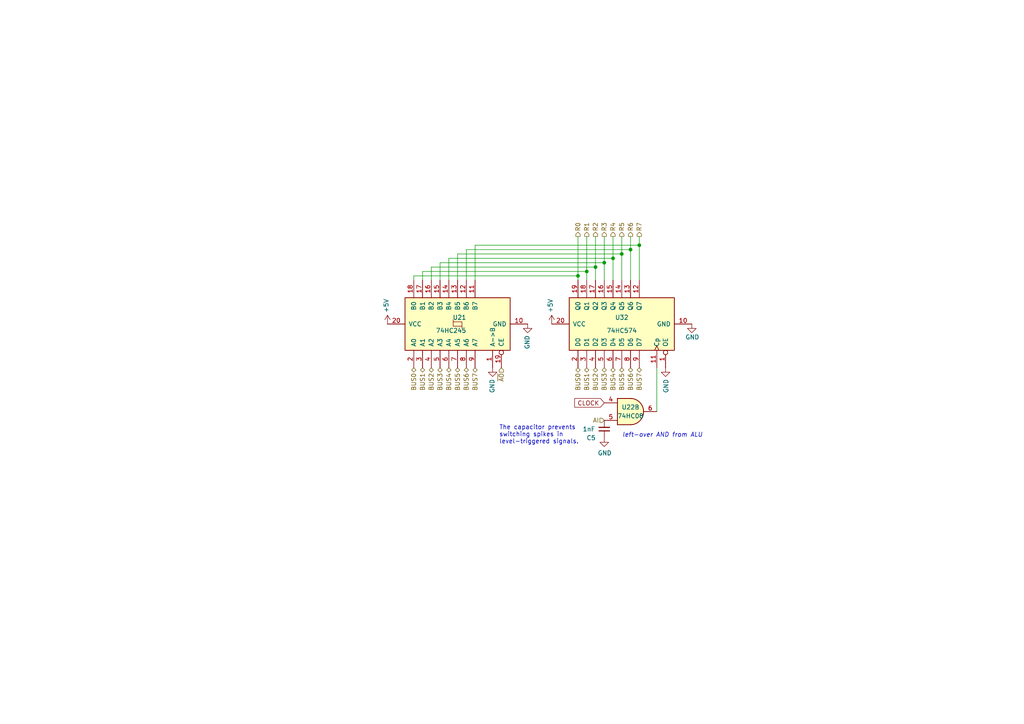
<source format=kicad_sch>
(kicad_sch (version 20211123) (generator eeschema)

  (uuid f8529c76-1044-4634-9957-c14ed2657ad1)

  (paper "A4")

  (title_block
    (title "A Register")
    (date "2022-07-09")
    (rev "1.6")
    (comment 2 "creativecommons.org/licenses/by-nc-sa/3.0/deed.en")
    (comment 3 "License: CC BY-NC-SA 3.0")
    (comment 4 "Author: Carsten Herting (slu4)")
  )

  (lib_symbols
    (symbol "74xx:74HC245" (pin_names (offset 1.016)) (in_bom yes) (on_board yes)
      (property "Reference" "U" (id 0) (at -7.62 16.51 0)
        (effects (font (size 1.27 1.27)))
      )
      (property "Value" "74HC245" (id 1) (at -7.62 -16.51 0)
        (effects (font (size 1.27 1.27)))
      )
      (property "Footprint" "" (id 2) (at 0 0 0)
        (effects (font (size 1.27 1.27)) hide)
      )
      (property "Datasheet" "http://www.ti.com/lit/gpn/sn74HC245" (id 3) (at 0 0 0)
        (effects (font (size 1.27 1.27)) hide)
      )
      (property "ki_locked" "" (id 4) (at 0 0 0)
        (effects (font (size 1.27 1.27)))
      )
      (property "ki_keywords" "HCMOS BUS 3State" (id 5) (at 0 0 0)
        (effects (font (size 1.27 1.27)) hide)
      )
      (property "ki_description" "Octal BUS Transceivers, 3-State outputs" (id 6) (at 0 0 0)
        (effects (font (size 1.27 1.27)) hide)
      )
      (property "ki_fp_filters" "DIP?20*" (id 7) (at 0 0 0)
        (effects (font (size 1.27 1.27)) hide)
      )
      (symbol "74HC245_1_0"
        (polyline
          (pts
            (xy -0.635 -1.27)
            (xy -0.635 1.27)
            (xy 0.635 1.27)
          )
          (stroke (width 0) (type default) (color 0 0 0 0))
          (fill (type none))
        )
        (polyline
          (pts
            (xy -1.27 -1.27)
            (xy 0.635 -1.27)
            (xy 0.635 1.27)
            (xy 1.27 1.27)
          )
          (stroke (width 0) (type default) (color 0 0 0 0))
          (fill (type none))
        )
        (pin input line (at -12.7 -10.16 0) (length 5.08)
          (name "A->B" (effects (font (size 1.27 1.27))))
          (number "1" (effects (font (size 1.27 1.27))))
        )
        (pin power_in line (at 0 -20.32 90) (length 5.08)
          (name "GND" (effects (font (size 1.27 1.27))))
          (number "10" (effects (font (size 1.27 1.27))))
        )
        (pin tri_state line (at 12.7 -5.08 180) (length 5.08)
          (name "B7" (effects (font (size 1.27 1.27))))
          (number "11" (effects (font (size 1.27 1.27))))
        )
        (pin tri_state line (at 12.7 -2.54 180) (length 5.08)
          (name "B6" (effects (font (size 1.27 1.27))))
          (number "12" (effects (font (size 1.27 1.27))))
        )
        (pin tri_state line (at 12.7 0 180) (length 5.08)
          (name "B5" (effects (font (size 1.27 1.27))))
          (number "13" (effects (font (size 1.27 1.27))))
        )
        (pin tri_state line (at 12.7 2.54 180) (length 5.08)
          (name "B4" (effects (font (size 1.27 1.27))))
          (number "14" (effects (font (size 1.27 1.27))))
        )
        (pin tri_state line (at 12.7 5.08 180) (length 5.08)
          (name "B3" (effects (font (size 1.27 1.27))))
          (number "15" (effects (font (size 1.27 1.27))))
        )
        (pin tri_state line (at 12.7 7.62 180) (length 5.08)
          (name "B2" (effects (font (size 1.27 1.27))))
          (number "16" (effects (font (size 1.27 1.27))))
        )
        (pin tri_state line (at 12.7 10.16 180) (length 5.08)
          (name "B1" (effects (font (size 1.27 1.27))))
          (number "17" (effects (font (size 1.27 1.27))))
        )
        (pin tri_state line (at 12.7 12.7 180) (length 5.08)
          (name "B0" (effects (font (size 1.27 1.27))))
          (number "18" (effects (font (size 1.27 1.27))))
        )
        (pin input inverted (at -12.7 -12.7 0) (length 5.08)
          (name "CE" (effects (font (size 1.27 1.27))))
          (number "19" (effects (font (size 1.27 1.27))))
        )
        (pin tri_state line (at -12.7 12.7 0) (length 5.08)
          (name "A0" (effects (font (size 1.27 1.27))))
          (number "2" (effects (font (size 1.27 1.27))))
        )
        (pin power_in line (at 0 20.32 270) (length 5.08)
          (name "VCC" (effects (font (size 1.27 1.27))))
          (number "20" (effects (font (size 1.27 1.27))))
        )
        (pin tri_state line (at -12.7 10.16 0) (length 5.08)
          (name "A1" (effects (font (size 1.27 1.27))))
          (number "3" (effects (font (size 1.27 1.27))))
        )
        (pin tri_state line (at -12.7 7.62 0) (length 5.08)
          (name "A2" (effects (font (size 1.27 1.27))))
          (number "4" (effects (font (size 1.27 1.27))))
        )
        (pin tri_state line (at -12.7 5.08 0) (length 5.08)
          (name "A3" (effects (font (size 1.27 1.27))))
          (number "5" (effects (font (size 1.27 1.27))))
        )
        (pin tri_state line (at -12.7 2.54 0) (length 5.08)
          (name "A4" (effects (font (size 1.27 1.27))))
          (number "6" (effects (font (size 1.27 1.27))))
        )
        (pin tri_state line (at -12.7 0 0) (length 5.08)
          (name "A5" (effects (font (size 1.27 1.27))))
          (number "7" (effects (font (size 1.27 1.27))))
        )
        (pin tri_state line (at -12.7 -2.54 0) (length 5.08)
          (name "A6" (effects (font (size 1.27 1.27))))
          (number "8" (effects (font (size 1.27 1.27))))
        )
        (pin tri_state line (at -12.7 -5.08 0) (length 5.08)
          (name "A7" (effects (font (size 1.27 1.27))))
          (number "9" (effects (font (size 1.27 1.27))))
        )
      )
      (symbol "74HC245_1_1"
        (rectangle (start -7.62 15.24) (end 7.62 -15.24)
          (stroke (width 0.254) (type default) (color 0 0 0 0))
          (fill (type background))
        )
      )
    )
    (symbol "8-Bit CPU 32k:74HC08" (pin_names (offset 1.016)) (in_bom yes) (on_board yes)
      (property "Reference" "U" (id 0) (at 0 1.27 0)
        (effects (font (size 1.27 1.27)))
      )
      (property "Value" "74HC08" (id 1) (at 0 -1.27 0)
        (effects (font (size 1.27 1.27)))
      )
      (property "Footprint" "" (id 2) (at 0 0 0)
        (effects (font (size 1.27 1.27)) hide)
      )
      (property "Datasheet" "http://www.ti.com/lit/gpn/sn74LS08" (id 3) (at 0 0 0)
        (effects (font (size 1.27 1.27)) hide)
      )
      (property "ki_locked" "" (id 4) (at 0 0 0)
        (effects (font (size 1.27 1.27)))
      )
      (property "ki_keywords" "TTL and2" (id 5) (at 0 0 0)
        (effects (font (size 1.27 1.27)) hide)
      )
      (property "ki_description" "Quad And2" (id 6) (at 0 0 0)
        (effects (font (size 1.27 1.27)) hide)
      )
      (property "ki_fp_filters" "DIP*W7.62mm*" (id 7) (at 0 0 0)
        (effects (font (size 1.27 1.27)) hide)
      )
      (symbol "74HC08_1_1"
        (arc (start 0 -3.81) (mid 3.81 0) (end 0 3.81)
          (stroke (width 0.254) (type default) (color 0 0 0 0))
          (fill (type background))
        )
        (polyline
          (pts
            (xy 0 3.81)
            (xy -3.81 3.81)
            (xy -3.81 -3.81)
            (xy 0 -3.81)
          )
          (stroke (width 0.254) (type default) (color 0 0 0 0))
          (fill (type background))
        )
        (pin input line (at -7.62 2.54 0) (length 3.81)
          (name "~" (effects (font (size 1.27 1.27))))
          (number "1" (effects (font (size 1.27 1.27))))
        )
        (pin input line (at -7.62 -2.54 0) (length 3.81)
          (name "~" (effects (font (size 1.27 1.27))))
          (number "2" (effects (font (size 1.27 1.27))))
        )
        (pin output line (at 7.62 0 180) (length 3.81)
          (name "~" (effects (font (size 1.27 1.27))))
          (number "3" (effects (font (size 1.27 1.27))))
        )
      )
      (symbol "74HC08_1_2"
        (arc (start -3.81 -3.81) (mid -2.589 0) (end -3.81 3.81)
          (stroke (width 0.254) (type default) (color 0 0 0 0))
          (fill (type none))
        )
        (arc (start -0.6096 -3.81) (mid 2.1842 -2.5851) (end 3.81 0)
          (stroke (width 0.254) (type default) (color 0 0 0 0))
          (fill (type background))
        )
        (polyline
          (pts
            (xy -3.81 -3.81)
            (xy -0.635 -3.81)
          )
          (stroke (width 0.254) (type default) (color 0 0 0 0))
          (fill (type background))
        )
        (polyline
          (pts
            (xy -3.81 3.81)
            (xy -0.635 3.81)
          )
          (stroke (width 0.254) (type default) (color 0 0 0 0))
          (fill (type background))
        )
        (polyline
          (pts
            (xy -0.635 3.81)
            (xy -3.81 3.81)
            (xy -3.81 3.81)
            (xy -3.556 3.4036)
            (xy -3.0226 2.2606)
            (xy -2.6924 1.0414)
            (xy -2.6162 -0.254)
            (xy -2.7686 -1.4986)
            (xy -3.175 -2.7178)
            (xy -3.81 -3.81)
            (xy -3.81 -3.81)
            (xy -0.635 -3.81)
          )
          (stroke (width -25.4) (type default) (color 0 0 0 0))
          (fill (type background))
        )
        (arc (start 3.81 0) (mid 2.1915 2.5936) (end -0.6096 3.81)
          (stroke (width 0.254) (type default) (color 0 0 0 0))
          (fill (type background))
        )
        (pin input inverted (at -7.62 2.54 0) (length 4.318)
          (name "~" (effects (font (size 1.27 1.27))))
          (number "1" (effects (font (size 1.27 1.27))))
        )
        (pin input inverted (at -7.62 -2.54 0) (length 4.318)
          (name "~" (effects (font (size 1.27 1.27))))
          (number "2" (effects (font (size 1.27 1.27))))
        )
        (pin output inverted (at 7.62 0 180) (length 3.81)
          (name "~" (effects (font (size 1.27 1.27))))
          (number "3" (effects (font (size 1.27 1.27))))
        )
      )
      (symbol "74HC08_2_1"
        (arc (start 0 -3.81) (mid 3.81 0) (end 0 3.81)
          (stroke (width 0.254) (type default) (color 0 0 0 0))
          (fill (type background))
        )
        (polyline
          (pts
            (xy 0 3.81)
            (xy -3.81 3.81)
            (xy -3.81 -3.81)
            (xy 0 -3.81)
          )
          (stroke (width 0.254) (type default) (color 0 0 0 0))
          (fill (type background))
        )
        (pin input line (at -7.62 2.54 0) (length 3.81)
          (name "~" (effects (font (size 1.27 1.27))))
          (number "4" (effects (font (size 1.27 1.27))))
        )
        (pin input line (at -7.62 -2.54 0) (length 3.81)
          (name "~" (effects (font (size 1.27 1.27))))
          (number "5" (effects (font (size 1.27 1.27))))
        )
        (pin output line (at 7.62 0 180) (length 3.81)
          (name "~" (effects (font (size 1.27 1.27))))
          (number "6" (effects (font (size 1.27 1.27))))
        )
      )
      (symbol "74HC08_2_2"
        (arc (start -3.81 -3.81) (mid -2.589 0) (end -3.81 3.81)
          (stroke (width 0.254) (type default) (color 0 0 0 0))
          (fill (type none))
        )
        (arc (start -0.6096 -3.81) (mid 2.1842 -2.5851) (end 3.81 0)
          (stroke (width 0.254) (type default) (color 0 0 0 0))
          (fill (type background))
        )
        (polyline
          (pts
            (xy -3.81 -3.81)
            (xy -0.635 -3.81)
          )
          (stroke (width 0.254) (type default) (color 0 0 0 0))
          (fill (type background))
        )
        (polyline
          (pts
            (xy -3.81 3.81)
            (xy -0.635 3.81)
          )
          (stroke (width 0.254) (type default) (color 0 0 0 0))
          (fill (type background))
        )
        (polyline
          (pts
            (xy -0.635 3.81)
            (xy -3.81 3.81)
            (xy -3.81 3.81)
            (xy -3.556 3.4036)
            (xy -3.0226 2.2606)
            (xy -2.6924 1.0414)
            (xy -2.6162 -0.254)
            (xy -2.7686 -1.4986)
            (xy -3.175 -2.7178)
            (xy -3.81 -3.81)
            (xy -3.81 -3.81)
            (xy -0.635 -3.81)
          )
          (stroke (width -25.4) (type default) (color 0 0 0 0))
          (fill (type background))
        )
        (arc (start 3.81 0) (mid 2.1915 2.5936) (end -0.6096 3.81)
          (stroke (width 0.254) (type default) (color 0 0 0 0))
          (fill (type background))
        )
        (pin input inverted (at -7.62 2.54 0) (length 4.318)
          (name "~" (effects (font (size 1.27 1.27))))
          (number "4" (effects (font (size 1.27 1.27))))
        )
        (pin input inverted (at -7.62 -2.54 0) (length 4.318)
          (name "~" (effects (font (size 1.27 1.27))))
          (number "5" (effects (font (size 1.27 1.27))))
        )
        (pin output inverted (at 7.62 0 180) (length 3.81)
          (name "~" (effects (font (size 1.27 1.27))))
          (number "6" (effects (font (size 1.27 1.27))))
        )
      )
      (symbol "74HC08_3_1"
        (arc (start 0 -3.81) (mid 3.81 0) (end 0 3.81)
          (stroke (width 0.254) (type default) (color 0 0 0 0))
          (fill (type background))
        )
        (polyline
          (pts
            (xy 0 3.81)
            (xy -3.81 3.81)
            (xy -3.81 -3.81)
            (xy 0 -3.81)
          )
          (stroke (width 0.254) (type default) (color 0 0 0 0))
          (fill (type background))
        )
        (pin input line (at -7.62 -2.54 0) (length 3.81)
          (name "~" (effects (font (size 1.27 1.27))))
          (number "10" (effects (font (size 1.27 1.27))))
        )
        (pin output line (at 7.62 0 180) (length 3.81)
          (name "~" (effects (font (size 1.27 1.27))))
          (number "8" (effects (font (size 1.27 1.27))))
        )
        (pin input line (at -7.62 2.54 0) (length 3.81)
          (name "~" (effects (font (size 1.27 1.27))))
          (number "9" (effects (font (size 1.27 1.27))))
        )
      )
      (symbol "74HC08_3_2"
        (arc (start -3.81 -3.81) (mid -2.589 0) (end -3.81 3.81)
          (stroke (width 0.254) (type default) (color 0 0 0 0))
          (fill (type none))
        )
        (arc (start -0.6096 -3.81) (mid 2.1842 -2.5851) (end 3.81 0)
          (stroke (width 0.254) (type default) (color 0 0 0 0))
          (fill (type background))
        )
        (polyline
          (pts
            (xy -3.81 -3.81)
            (xy -0.635 -3.81)
          )
          (stroke (width 0.254) (type default) (color 0 0 0 0))
          (fill (type background))
        )
        (polyline
          (pts
            (xy -3.81 3.81)
            (xy -0.635 3.81)
          )
          (stroke (width 0.254) (type default) (color 0 0 0 0))
          (fill (type background))
        )
        (polyline
          (pts
            (xy -0.635 3.81)
            (xy -3.81 3.81)
            (xy -3.81 3.81)
            (xy -3.556 3.4036)
            (xy -3.0226 2.2606)
            (xy -2.6924 1.0414)
            (xy -2.6162 -0.254)
            (xy -2.7686 -1.4986)
            (xy -3.175 -2.7178)
            (xy -3.81 -3.81)
            (xy -3.81 -3.81)
            (xy -0.635 -3.81)
          )
          (stroke (width -25.4) (type default) (color 0 0 0 0))
          (fill (type background))
        )
        (arc (start 3.81 0) (mid 2.1915 2.5936) (end -0.6096 3.81)
          (stroke (width 0.254) (type default) (color 0 0 0 0))
          (fill (type background))
        )
        (pin input inverted (at -7.62 -2.54 0) (length 4.318)
          (name "~" (effects (font (size 1.27 1.27))))
          (number "10" (effects (font (size 1.27 1.27))))
        )
        (pin output inverted (at 7.62 0 180) (length 3.81)
          (name "~" (effects (font (size 1.27 1.27))))
          (number "8" (effects (font (size 1.27 1.27))))
        )
        (pin input inverted (at -7.62 2.54 0) (length 4.318)
          (name "~" (effects (font (size 1.27 1.27))))
          (number "9" (effects (font (size 1.27 1.27))))
        )
      )
      (symbol "74HC08_4_1"
        (arc (start 0 -3.81) (mid 3.81 0) (end 0 3.81)
          (stroke (width 0.254) (type default) (color 0 0 0 0))
          (fill (type background))
        )
        (polyline
          (pts
            (xy 0 3.81)
            (xy -3.81 3.81)
            (xy -3.81 -3.81)
            (xy 0 -3.81)
          )
          (stroke (width 0.254) (type default) (color 0 0 0 0))
          (fill (type background))
        )
        (pin output line (at 7.62 0 180) (length 3.81)
          (name "~" (effects (font (size 1.27 1.27))))
          (number "11" (effects (font (size 1.27 1.27))))
        )
        (pin input line (at -7.62 2.54 0) (length 3.81)
          (name "~" (effects (font (size 1.27 1.27))))
          (number "12" (effects (font (size 1.27 1.27))))
        )
        (pin input line (at -7.62 -2.54 0) (length 3.81)
          (name "~" (effects (font (size 1.27 1.27))))
          (number "13" (effects (font (size 1.27 1.27))))
        )
      )
      (symbol "74HC08_4_2"
        (arc (start -3.81 -3.81) (mid -2.589 0) (end -3.81 3.81)
          (stroke (width 0.254) (type default) (color 0 0 0 0))
          (fill (type none))
        )
        (arc (start -0.6096 -3.81) (mid 2.1842 -2.5851) (end 3.81 0)
          (stroke (width 0.254) (type default) (color 0 0 0 0))
          (fill (type background))
        )
        (polyline
          (pts
            (xy -3.81 -3.81)
            (xy -0.635 -3.81)
          )
          (stroke (width 0.254) (type default) (color 0 0 0 0))
          (fill (type background))
        )
        (polyline
          (pts
            (xy -3.81 3.81)
            (xy -0.635 3.81)
          )
          (stroke (width 0.254) (type default) (color 0 0 0 0))
          (fill (type background))
        )
        (polyline
          (pts
            (xy -0.635 3.81)
            (xy -3.81 3.81)
            (xy -3.81 3.81)
            (xy -3.556 3.4036)
            (xy -3.0226 2.2606)
            (xy -2.6924 1.0414)
            (xy -2.6162 -0.254)
            (xy -2.7686 -1.4986)
            (xy -3.175 -2.7178)
            (xy -3.81 -3.81)
            (xy -3.81 -3.81)
            (xy -0.635 -3.81)
          )
          (stroke (width -25.4) (type default) (color 0 0 0 0))
          (fill (type background))
        )
        (arc (start 3.81 0) (mid 2.1915 2.5936) (end -0.6096 3.81)
          (stroke (width 0.254) (type default) (color 0 0 0 0))
          (fill (type background))
        )
        (pin output inverted (at 7.62 0 180) (length 3.81)
          (name "~" (effects (font (size 1.27 1.27))))
          (number "11" (effects (font (size 1.27 1.27))))
        )
        (pin input inverted (at -7.62 2.54 0) (length 4.318)
          (name "~" (effects (font (size 1.27 1.27))))
          (number "12" (effects (font (size 1.27 1.27))))
        )
        (pin input inverted (at -7.62 -2.54 0) (length 4.318)
          (name "~" (effects (font (size 1.27 1.27))))
          (number "13" (effects (font (size 1.27 1.27))))
        )
      )
      (symbol "74HC08_5_0"
        (pin power_in line (at 0 12.7 270) (length 5.08)
          (name "VCC" (effects (font (size 1.27 1.27))))
          (number "14" (effects (font (size 1.27 1.27))))
        )
        (pin power_in line (at 0 -12.7 90) (length 5.08)
          (name "GND" (effects (font (size 1.27 1.27))))
          (number "7" (effects (font (size 1.27 1.27))))
        )
      )
      (symbol "74HC08_5_1"
        (rectangle (start -5.08 7.62) (end 5.08 -7.62)
          (stroke (width 0.254) (type default) (color 0 0 0 0))
          (fill (type background))
        )
      )
    )
    (symbol "8-Bit CPU 32k:74HC574" (pin_names (offset 1.016)) (in_bom yes) (on_board yes)
      (property "Reference" "U" (id 0) (at -7.62 16.51 0)
        (effects (font (size 1.27 1.27)))
      )
      (property "Value" "74HC574" (id 1) (at -7.62 -16.51 0)
        (effects (font (size 1.27 1.27)))
      )
      (property "Footprint" "" (id 2) (at 0 0 0)
        (effects (font (size 1.27 1.27)) hide)
      )
      (property "Datasheet" "http://www.ti.com/lit/gpn/sn74LS574" (id 3) (at 0 0 0)
        (effects (font (size 1.27 1.27)) hide)
      )
      (property "ki_locked" "" (id 4) (at 0 0 0)
        (effects (font (size 1.27 1.27)))
      )
      (property "ki_keywords" "TTL REG DFF DFF8 3State" (id 5) (at 0 0 0)
        (effects (font (size 1.27 1.27)) hide)
      )
      (property "ki_description" "8-bit Register, 3-state outputs" (id 6) (at 0 0 0)
        (effects (font (size 1.27 1.27)) hide)
      )
      (property "ki_fp_filters" "DIP?20*" (id 7) (at 0 0 0)
        (effects (font (size 1.27 1.27)) hide)
      )
      (symbol "74HC574_1_0"
        (pin input inverted (at -12.7 -12.7 0) (length 5.08)
          (name "OE" (effects (font (size 1.27 1.27))))
          (number "1" (effects (font (size 1.27 1.27))))
        )
        (pin power_in line (at 0 -20.32 90) (length 5.08)
          (name "GND" (effects (font (size 1.27 1.27))))
          (number "10" (effects (font (size 1.27 1.27))))
        )
        (pin input clock (at -12.7 -10.16 0) (length 5.08)
          (name "Cp" (effects (font (size 1.27 1.27))))
          (number "11" (effects (font (size 1.27 1.27))))
        )
        (pin tri_state line (at 12.7 -5.08 180) (length 5.08)
          (name "Q7" (effects (font (size 1.27 1.27))))
          (number "12" (effects (font (size 1.27 1.27))))
        )
        (pin tri_state line (at 12.7 -2.54 180) (length 5.08)
          (name "Q6" (effects (font (size 1.27 1.27))))
          (number "13" (effects (font (size 1.27 1.27))))
        )
        (pin tri_state line (at 12.7 0 180) (length 5.08)
          (name "Q5" (effects (font (size 1.27 1.27))))
          (number "14" (effects (font (size 1.27 1.27))))
        )
        (pin tri_state line (at 12.7 2.54 180) (length 5.08)
          (name "Q4" (effects (font (size 1.27 1.27))))
          (number "15" (effects (font (size 1.27 1.27))))
        )
        (pin tri_state line (at 12.7 5.08 180) (length 5.08)
          (name "Q3" (effects (font (size 1.27 1.27))))
          (number "16" (effects (font (size 1.27 1.27))))
        )
        (pin tri_state line (at 12.7 7.62 180) (length 5.08)
          (name "Q2" (effects (font (size 1.27 1.27))))
          (number "17" (effects (font (size 1.27 1.27))))
        )
        (pin tri_state line (at 12.7 10.16 180) (length 5.08)
          (name "Q1" (effects (font (size 1.27 1.27))))
          (number "18" (effects (font (size 1.27 1.27))))
        )
        (pin tri_state line (at 12.7 12.7 180) (length 5.08)
          (name "Q0" (effects (font (size 1.27 1.27))))
          (number "19" (effects (font (size 1.27 1.27))))
        )
        (pin input line (at -12.7 12.7 0) (length 5.08)
          (name "D0" (effects (font (size 1.27 1.27))))
          (number "2" (effects (font (size 1.27 1.27))))
        )
        (pin power_in line (at 0 20.32 270) (length 5.08)
          (name "VCC" (effects (font (size 1.27 1.27))))
          (number "20" (effects (font (size 1.27 1.27))))
        )
        (pin input line (at -12.7 10.16 0) (length 5.08)
          (name "D1" (effects (font (size 1.27 1.27))))
          (number "3" (effects (font (size 1.27 1.27))))
        )
        (pin input line (at -12.7 7.62 0) (length 5.08)
          (name "D2" (effects (font (size 1.27 1.27))))
          (number "4" (effects (font (size 1.27 1.27))))
        )
        (pin input line (at -12.7 5.08 0) (length 5.08)
          (name "D3" (effects (font (size 1.27 1.27))))
          (number "5" (effects (font (size 1.27 1.27))))
        )
        (pin input line (at -12.7 2.54 0) (length 5.08)
          (name "D4" (effects (font (size 1.27 1.27))))
          (number "6" (effects (font (size 1.27 1.27))))
        )
        (pin input line (at -12.7 0 0) (length 5.08)
          (name "D5" (effects (font (size 1.27 1.27))))
          (number "7" (effects (font (size 1.27 1.27))))
        )
        (pin input line (at -12.7 -2.54 0) (length 5.08)
          (name "D6" (effects (font (size 1.27 1.27))))
          (number "8" (effects (font (size 1.27 1.27))))
        )
        (pin input line (at -12.7 -5.08 0) (length 5.08)
          (name "D7" (effects (font (size 1.27 1.27))))
          (number "9" (effects (font (size 1.27 1.27))))
        )
      )
      (symbol "74HC574_1_1"
        (rectangle (start -7.62 15.24) (end 7.62 -15.24)
          (stroke (width 0.254) (type default) (color 0 0 0 0))
          (fill (type background))
        )
      )
    )
    (symbol "Device:C_Small" (pin_numbers hide) (pin_names (offset 0.254) hide) (in_bom yes) (on_board yes)
      (property "Reference" "C" (id 0) (at 0.254 1.778 0)
        (effects (font (size 1.27 1.27)) (justify left))
      )
      (property "Value" "C_Small" (id 1) (at 0.254 -2.032 0)
        (effects (font (size 1.27 1.27)) (justify left))
      )
      (property "Footprint" "" (id 2) (at 0 0 0)
        (effects (font (size 1.27 1.27)) hide)
      )
      (property "Datasheet" "~" (id 3) (at 0 0 0)
        (effects (font (size 1.27 1.27)) hide)
      )
      (property "ki_keywords" "capacitor cap" (id 4) (at 0 0 0)
        (effects (font (size 1.27 1.27)) hide)
      )
      (property "ki_description" "Unpolarized capacitor, small symbol" (id 5) (at 0 0 0)
        (effects (font (size 1.27 1.27)) hide)
      )
      (property "ki_fp_filters" "C_*" (id 6) (at 0 0 0)
        (effects (font (size 1.27 1.27)) hide)
      )
      (symbol "C_Small_0_1"
        (polyline
          (pts
            (xy -1.524 -0.508)
            (xy 1.524 -0.508)
          )
          (stroke (width 0.3302) (type default) (color 0 0 0 0))
          (fill (type none))
        )
        (polyline
          (pts
            (xy -1.524 0.508)
            (xy 1.524 0.508)
          )
          (stroke (width 0.3048) (type default) (color 0 0 0 0))
          (fill (type none))
        )
      )
      (symbol "C_Small_1_1"
        (pin passive line (at 0 2.54 270) (length 2.032)
          (name "~" (effects (font (size 1.27 1.27))))
          (number "1" (effects (font (size 1.27 1.27))))
        )
        (pin passive line (at 0 -2.54 90) (length 2.032)
          (name "~" (effects (font (size 1.27 1.27))))
          (number "2" (effects (font (size 1.27 1.27))))
        )
      )
    )
    (symbol "power:+5V" (power) (pin_names (offset 0)) (in_bom yes) (on_board yes)
      (property "Reference" "#PWR" (id 0) (at 0 -3.81 0)
        (effects (font (size 1.27 1.27)) hide)
      )
      (property "Value" "+5V" (id 1) (at 0 3.556 0)
        (effects (font (size 1.27 1.27)))
      )
      (property "Footprint" "" (id 2) (at 0 0 0)
        (effects (font (size 1.27 1.27)) hide)
      )
      (property "Datasheet" "" (id 3) (at 0 0 0)
        (effects (font (size 1.27 1.27)) hide)
      )
      (property "ki_keywords" "power-flag" (id 4) (at 0 0 0)
        (effects (font (size 1.27 1.27)) hide)
      )
      (property "ki_description" "Power symbol creates a global label with name \"+5V\"" (id 5) (at 0 0 0)
        (effects (font (size 1.27 1.27)) hide)
      )
      (symbol "+5V_0_1"
        (polyline
          (pts
            (xy -0.762 1.27)
            (xy 0 2.54)
          )
          (stroke (width 0) (type default) (color 0 0 0 0))
          (fill (type none))
        )
        (polyline
          (pts
            (xy 0 0)
            (xy 0 2.54)
          )
          (stroke (width 0) (type default) (color 0 0 0 0))
          (fill (type none))
        )
        (polyline
          (pts
            (xy 0 2.54)
            (xy 0.762 1.27)
          )
          (stroke (width 0) (type default) (color 0 0 0 0))
          (fill (type none))
        )
      )
      (symbol "+5V_1_1"
        (pin power_in line (at 0 0 90) (length 0) hide
          (name "+5V" (effects (font (size 1.27 1.27))))
          (number "1" (effects (font (size 1.27 1.27))))
        )
      )
    )
    (symbol "power:GND" (power) (pin_names (offset 0)) (in_bom yes) (on_board yes)
      (property "Reference" "#PWR" (id 0) (at 0 -6.35 0)
        (effects (font (size 1.27 1.27)) hide)
      )
      (property "Value" "GND" (id 1) (at 0 -3.81 0)
        (effects (font (size 1.27 1.27)))
      )
      (property "Footprint" "" (id 2) (at 0 0 0)
        (effects (font (size 1.27 1.27)) hide)
      )
      (property "Datasheet" "" (id 3) (at 0 0 0)
        (effects (font (size 1.27 1.27)) hide)
      )
      (property "ki_keywords" "power-flag" (id 4) (at 0 0 0)
        (effects (font (size 1.27 1.27)) hide)
      )
      (property "ki_description" "Power symbol creates a global label with name \"GND\" , ground" (id 5) (at 0 0 0)
        (effects (font (size 1.27 1.27)) hide)
      )
      (symbol "GND_0_1"
        (polyline
          (pts
            (xy 0 0)
            (xy 0 -1.27)
            (xy 1.27 -1.27)
            (xy 0 -2.54)
            (xy -1.27 -1.27)
            (xy 0 -1.27)
          )
          (stroke (width 0) (type default) (color 0 0 0 0))
          (fill (type none))
        )
      )
      (symbol "GND_1_1"
        (pin power_in line (at 0 0 270) (length 0) hide
          (name "GND" (effects (font (size 1.27 1.27))))
          (number "1" (effects (font (size 1.27 1.27))))
        )
      )
    )
  )

  (junction (at 172.72 77.47) (diameter 0) (color 0 0 0 0)
    (uuid 08325074-09da-40cf-ad33-6f7a23d14dcf)
  )
  (junction (at 185.42 71.12) (diameter 0) (color 0 0 0 0)
    (uuid 0ce7ebaa-c8ac-42e0-9faa-616c0b4b06fd)
  )
  (junction (at 170.18 78.74) (diameter 0) (color 0 0 0 0)
    (uuid 129238a8-530f-432f-b422-4cdb2f1d550e)
  )
  (junction (at 180.34 73.66) (diameter 0) (color 0 0 0 0)
    (uuid 3b94a136-3608-4259-9e20-2808d87e799b)
  )
  (junction (at 182.88 72.39) (diameter 0) (color 0 0 0 0)
    (uuid 46250fc7-9876-4eb3-9352-794dcc8dc14a)
  )
  (junction (at 167.64 80.01) (diameter 0) (color 0 0 0 0)
    (uuid 4e59caf5-61b1-4e6a-8e4c-178ce53062ca)
  )
  (junction (at 177.8 74.93) (diameter 0) (color 0 0 0 0)
    (uuid 9ea1205d-4853-4709-913f-6c59860cad2e)
  )
  (junction (at 175.26 76.2) (diameter 0) (color 0 0 0 0)
    (uuid cb23a984-fa5c-4180-949e-6c2215342ac2)
  )

  (wire (pts (xy 170.18 78.74) (xy 170.18 81.28))
    (stroke (width 0) (type default) (color 0 0 0 0))
    (uuid 029c7e71-d74e-44c7-952e-229e8bbc7560)
  )
  (wire (pts (xy 137.795 71.12) (xy 185.42 71.12))
    (stroke (width 0) (type default) (color 0 0 0 0))
    (uuid 08aa4246-7a22-4324-8e96-b13a2d20361a)
  )
  (wire (pts (xy 185.42 71.12) (xy 185.42 81.28))
    (stroke (width 0) (type default) (color 0 0 0 0))
    (uuid 141d8d3e-83a8-4062-84db-cb6ac7fb9bf9)
  )
  (wire (pts (xy 130.175 74.93) (xy 130.175 81.28))
    (stroke (width 0) (type default) (color 0 0 0 0))
    (uuid 1713cdcc-198f-409b-aa60-044f9906c194)
  )
  (wire (pts (xy 175.26 76.2) (xy 127.635 76.2))
    (stroke (width 0) (type default) (color 0 0 0 0))
    (uuid 1d245daf-ac7f-4db4-949d-37b7a85ee51b)
  )
  (wire (pts (xy 177.8 68.58) (xy 177.8 74.93))
    (stroke (width 0) (type default) (color 0 0 0 0))
    (uuid 1fb88405-880c-4762-8169-1d0b63741dcc)
  )
  (wire (pts (xy 175.26 68.58) (xy 175.26 76.2))
    (stroke (width 0) (type default) (color 0 0 0 0))
    (uuid 2e7b60cb-d785-43cc-a644-48f11c6bf261)
  )
  (wire (pts (xy 167.64 81.28) (xy 167.64 80.01))
    (stroke (width 0) (type default) (color 0 0 0 0))
    (uuid 30eaf83a-3c35-4052-9f48-6f6d5dd4eb43)
  )
  (wire (pts (xy 167.64 68.58) (xy 167.64 80.01))
    (stroke (width 0) (type default) (color 0 0 0 0))
    (uuid 4021529c-db1c-4f9c-97f2-0204a621652c)
  )
  (wire (pts (xy 185.42 68.58) (xy 185.42 71.12))
    (stroke (width 0) (type default) (color 0 0 0 0))
    (uuid 42611bc9-e9e0-49b2-81c5-c587c9c61a7e)
  )
  (wire (pts (xy 127.635 76.2) (xy 127.635 81.28))
    (stroke (width 0) (type default) (color 0 0 0 0))
    (uuid 45ff570a-003d-4c66-a29a-7ace91002da5)
  )
  (wire (pts (xy 137.795 71.12) (xy 137.795 81.28))
    (stroke (width 0) (type default) (color 0 0 0 0))
    (uuid 4be2f87d-79ea-4770-9e8c-aae5c1079636)
  )
  (wire (pts (xy 182.88 81.28) (xy 182.88 72.39))
    (stroke (width 0) (type default) (color 0 0 0 0))
    (uuid 5f0a256a-cc15-4fe0-af87-83100549573e)
  )
  (wire (pts (xy 177.8 74.93) (xy 177.8 81.28))
    (stroke (width 0) (type default) (color 0 0 0 0))
    (uuid 6819426c-e1b2-4b7e-92ea-1c30e95349a2)
  )
  (wire (pts (xy 190.5 119.38) (xy 190.5 106.68))
    (stroke (width 0) (type default) (color 0 0 0 0))
    (uuid 68a3727e-789a-4870-a2b7-6dba76f23af9)
  )
  (wire (pts (xy 182.88 68.58) (xy 182.88 72.39))
    (stroke (width 0) (type default) (color 0 0 0 0))
    (uuid 71b1a861-5d67-40c3-a4bc-7120eac67d9a)
  )
  (wire (pts (xy 135.255 72.39) (xy 135.255 81.28))
    (stroke (width 0) (type default) (color 0 0 0 0))
    (uuid 71d82cbb-76f0-4ec4-94af-ed07973cf7a6)
  )
  (wire (pts (xy 132.715 73.66) (xy 132.715 81.28))
    (stroke (width 0) (type default) (color 0 0 0 0))
    (uuid 742186a1-50cb-456f-8ee3-65d0a9c3260c)
  )
  (wire (pts (xy 182.88 72.39) (xy 135.255 72.39))
    (stroke (width 0) (type default) (color 0 0 0 0))
    (uuid 75ece56e-b6f5-4d4f-b619-1ac1b41839c4)
  )
  (wire (pts (xy 122.555 78.74) (xy 122.555 81.28))
    (stroke (width 0) (type default) (color 0 0 0 0))
    (uuid 78c8bf26-e2f5-4086-827e-18ec5a29a85b)
  )
  (wire (pts (xy 180.34 73.66) (xy 180.34 81.28))
    (stroke (width 0) (type default) (color 0 0 0 0))
    (uuid 7b97accf-c464-4d43-9b44-5d92390a8c94)
  )
  (wire (pts (xy 180.34 68.58) (xy 180.34 73.66))
    (stroke (width 0) (type default) (color 0 0 0 0))
    (uuid 81822baa-746d-4ae1-885d-e237fe230001)
  )
  (wire (pts (xy 167.64 80.01) (xy 120.015 80.01))
    (stroke (width 0) (type default) (color 0 0 0 0))
    (uuid 82b84f94-269b-43bc-a130-12e11ab2898c)
  )
  (wire (pts (xy 125.095 77.47) (xy 125.095 81.28))
    (stroke (width 0) (type default) (color 0 0 0 0))
    (uuid 8e1ee52a-9cec-44e5-b6d1-428e1d99e995)
  )
  (wire (pts (xy 175.26 81.28) (xy 175.26 76.2))
    (stroke (width 0) (type default) (color 0 0 0 0))
    (uuid a29f96d3-5689-4979-8773-697ce7e7cbaa)
  )
  (wire (pts (xy 120.015 80.01) (xy 120.015 81.28))
    (stroke (width 0) (type default) (color 0 0 0 0))
    (uuid bb5713bb-2334-40bc-a313-ecc822055845)
  )
  (wire (pts (xy 130.175 74.93) (xy 177.8 74.93))
    (stroke (width 0) (type default) (color 0 0 0 0))
    (uuid c2bdf473-a0da-41be-98fb-45dc9a4fbf6e)
  )
  (wire (pts (xy 122.555 78.74) (xy 170.18 78.74))
    (stroke (width 0) (type default) (color 0 0 0 0))
    (uuid c89937d8-ed64-4173-ac52-a235f2ec43b4)
  )
  (wire (pts (xy 172.72 77.47) (xy 172.72 81.28))
    (stroke (width 0) (type default) (color 0 0 0 0))
    (uuid e5030caf-cb20-4173-a7b9-cdd06bd7b4a8)
  )
  (wire (pts (xy 172.72 68.58) (xy 172.72 77.47))
    (stroke (width 0) (type default) (color 0 0 0 0))
    (uuid e626b54a-c376-4349-83fa-e528e1978a75)
  )
  (wire (pts (xy 170.18 68.58) (xy 170.18 78.74))
    (stroke (width 0) (type default) (color 0 0 0 0))
    (uuid e9fa5b4a-398a-4690-9747-ed49a0a6f4d5)
  )
  (wire (pts (xy 125.095 77.47) (xy 172.72 77.47))
    (stroke (width 0) (type default) (color 0 0 0 0))
    (uuid f71bbc34-e139-4379-af9e-5e05c1674515)
  )
  (wire (pts (xy 132.715 73.66) (xy 180.34 73.66))
    (stroke (width 0) (type default) (color 0 0 0 0))
    (uuid f8ef787e-22e3-450d-b6f0-914d63cae223)
  )

  (text "The capacitor prevents\nswitching spikes in\nlevel-triggered signals."
    (at 144.78 128.905 0)
    (effects (font (size 1.27 1.27)) (justify left bottom))
    (uuid 3f7a4870-f34a-48c6-8c40-c754aefe060a)
  )
  (text "left-over AND from ALU" (at 203.835 127 180)
    (effects (font (size 1.27 1.27) italic) (justify right bottom))
    (uuid 645ac506-278c-459a-93ad-f26dda5c3905)
  )

  (global_label "CLOCK" (shape input) (at 175.26 116.84 180) (fields_autoplaced)
    (effects (font (size 1.27 1.27)) (justify right))
    (uuid 0ccd7f4f-aeae-4077-b905-b4a505a5ff92)
    (property "Intersheet References" "${INTERSHEET_REFS}" (id 0) (at 166.7672 116.7606 0)
      (effects (font (size 1.27 1.27)) (justify right) hide)
    )
  )

  (hierarchical_label "BUS5" (shape bidirectional) (at 132.715 106.68 270)
    (effects (font (size 1.27 1.27)) (justify right))
    (uuid 0ccbe3d6-0d9c-4d41-b372-1b4cd2344174)
  )
  (hierarchical_label "R3" (shape output) (at 175.26 68.58 90)
    (effects (font (size 1.27 1.27)) (justify left))
    (uuid 0cf483b5-bc2a-4aef-acc3-8acdaa0c1295)
  )
  (hierarchical_label "BUS1" (shape bidirectional) (at 170.18 106.68 270)
    (effects (font (size 1.27 1.27)) (justify right))
    (uuid 0dc66b41-fc11-44d0-8a0f-22e9676bc507)
  )
  (hierarchical_label "R6" (shape output) (at 182.88 68.58 90)
    (effects (font (size 1.27 1.27)) (justify left))
    (uuid 33799991-8734-457f-a02a-74f75bc9de09)
  )
  (hierarchical_label "BUS6" (shape bidirectional) (at 182.88 106.68 270)
    (effects (font (size 1.27 1.27)) (justify right))
    (uuid 3798a0fe-19c8-4fb3-a942-6301ce08776a)
  )
  (hierarchical_label "BUS7" (shape bidirectional) (at 185.42 106.68 270)
    (effects (font (size 1.27 1.27)) (justify right))
    (uuid 43b71c93-48ce-4b89-95f1-f38be0da704a)
  )
  (hierarchical_label "R7" (shape output) (at 185.42 68.58 90)
    (effects (font (size 1.27 1.27)) (justify left))
    (uuid 534f6d79-44dc-4e87-8ff8-18b3190140ba)
  )
  (hierarchical_label "BUS2" (shape bidirectional) (at 172.72 106.68 270)
    (effects (font (size 1.27 1.27)) (justify right))
    (uuid 58faa9bf-c4a0-408f-a2cc-86ae04e6205f)
  )
  (hierarchical_label "BUS6" (shape bidirectional) (at 135.255 106.68 270)
    (effects (font (size 1.27 1.27)) (justify right))
    (uuid 59daca37-cd14-425d-84f9-46710483ac92)
  )
  (hierarchical_label "BUS2" (shape bidirectional) (at 125.095 106.68 270)
    (effects (font (size 1.27 1.27)) (justify right))
    (uuid 5f10c8b5-2bcf-4672-957f-8086617b7f90)
  )
  (hierarchical_label "BUS0" (shape bidirectional) (at 167.64 106.68 270)
    (effects (font (size 1.27 1.27)) (justify right))
    (uuid 5faba336-8d98-42d1-9b46-94fd18e88d03)
  )
  (hierarchical_label "R4" (shape output) (at 177.8 68.58 90)
    (effects (font (size 1.27 1.27)) (justify left))
    (uuid 614fcac0-c929-4866-a09c-a169e3f7cdd8)
  )
  (hierarchical_label "BUS0" (shape bidirectional) (at 120.015 106.68 270)
    (effects (font (size 1.27 1.27)) (justify right))
    (uuid 62dc354b-d987-44e9-9056-9c54e2e9698f)
  )
  (hierarchical_label "R0" (shape output) (at 167.64 68.58 90)
    (effects (font (size 1.27 1.27)) (justify left))
    (uuid 642aeddf-151f-42c4-a249-7f3a1cf3f9f6)
  )
  (hierarchical_label "BUS7" (shape bidirectional) (at 137.795 106.68 270)
    (effects (font (size 1.27 1.27)) (justify right))
    (uuid 70f06340-8878-41a0-b5f2-97b4cda0b004)
  )
  (hierarchical_label "R5" (shape output) (at 180.34 68.58 90)
    (effects (font (size 1.27 1.27)) (justify left))
    (uuid 8a8d89e2-2ac5-4852-a8d8-6b6f0fe873f1)
  )
  (hierarchical_label "BUS4" (shape bidirectional) (at 130.175 106.68 270)
    (effects (font (size 1.27 1.27)) (justify right))
    (uuid 9eaa632f-607a-4996-84bf-52b9c7fc1244)
  )
  (hierarchical_label "BUS3" (shape bidirectional) (at 175.26 106.68 270)
    (effects (font (size 1.27 1.27)) (justify right))
    (uuid b5a48114-3789-4462-beca-cc71f3d66393)
  )
  (hierarchical_label "BUS4" (shape bidirectional) (at 177.8 106.68 270)
    (effects (font (size 1.27 1.27)) (justify right))
    (uuid b75dcb9b-ca6f-435b-926d-09fbdeae7e7a)
  )
  (hierarchical_label "BUS5" (shape bidirectional) (at 180.34 106.68 270)
    (effects (font (size 1.27 1.27)) (justify right))
    (uuid bd0a681d-4d59-41b6-aa97-5c13856ff2c8)
  )
  (hierarchical_label "BUS1" (shape bidirectional) (at 122.555 106.68 270)
    (effects (font (size 1.27 1.27)) (justify right))
    (uuid ca64db8d-f8ec-4fde-9c93-de373809128b)
  )
  (hierarchical_label "BUS3" (shape bidirectional) (at 127.635 106.68 270)
    (effects (font (size 1.27 1.27)) (justify right))
    (uuid d0cb20ce-cfc3-48d1-93bb-0fbcdbd78da4)
  )
  (hierarchical_label "AI" (shape input) (at 175.26 121.92 180)
    (effects (font (size 1.27 1.27)) (justify right))
    (uuid e01cc6a2-4724-41fe-beb5-070dcb2f5a04)
  )
  (hierarchical_label "~{AO}" (shape input) (at 145.415 106.68 270)
    (effects (font (size 1.27 1.27)) (justify right))
    (uuid f35f1ef9-03fb-4f3e-a57a-c50580c4236d)
  )
  (hierarchical_label "R1" (shape output) (at 170.18 68.58 90)
    (effects (font (size 1.27 1.27)) (justify left))
    (uuid f3ff17de-434c-4f6e-87cc-b42e6a244e9e)
  )
  (hierarchical_label "R2" (shape output) (at 172.72 68.58 90)
    (effects (font (size 1.27 1.27)) (justify left))
    (uuid fceb9c85-5498-47a4-84ce-0e87b7a3bba9)
  )

  (symbol (lib_id "74xx:74HC245") (at 132.715 93.98 90) (unit 1)
    (in_bom yes) (on_board yes)
    (uuid 00000000-0000-0000-0000-00005f1007bd)
    (property "Reference" "U21" (id 0) (at 135.255 92.075 90)
      (effects (font (size 1.27 1.27)) (justify left))
    )
    (property "Value" "74HC245" (id 1) (at 135.255 95.885 90)
      (effects (font (size 1.27 1.27)) (justify left))
    )
    (property "Footprint" "Package_DIP:DIP-20_W7.62mm" (id 2) (at 132.715 93.98 0)
      (effects (font (size 1.27 1.27)) hide)
    )
    (property "Datasheet" "http://www.ti.com/lit/gpn/sn74HC245" (id 3) (at 132.715 93.98 0)
      (effects (font (size 1.27 1.27)) hide)
    )
    (pin "1" (uuid 6c0fd635-cf5f-40cb-92ad-7eb94632df43))
    (pin "10" (uuid e3bd10e7-6c6e-4cd8-b628-cc8bcb1db314))
    (pin "11" (uuid 3d3455db-4fea-4b1c-b48c-89012867ddce))
    (pin "12" (uuid 53196bfa-0068-43fd-a33d-9d634bf2e832))
    (pin "13" (uuid 358f559e-78cf-4cf1-8870-d5a678bb9af9))
    (pin "14" (uuid c2cf22f4-21cd-40f6-870f-1cfb4586b85e))
    (pin "15" (uuid 39948d9b-0494-4000-b024-598bab7bc609))
    (pin "16" (uuid 3ffdd1fc-4c27-4e40-97dc-52e33a02e09c))
    (pin "17" (uuid 66adfa32-d402-4b0a-bfe0-04129f883ba7))
    (pin "18" (uuid fd065e61-8967-4716-b2ed-26be3e7ad071))
    (pin "19" (uuid 162ad341-d8ab-4bc6-a02b-dfaedbd797c4))
    (pin "2" (uuid c4144620-017f-42ae-b073-5b3316661349))
    (pin "20" (uuid 6ee8b041-0a6b-4c99-8503-7074a287c046))
    (pin "3" (uuid 7dc3004a-4b7c-4d16-ae0d-9e605a25f13d))
    (pin "4" (uuid 27e3993c-45d9-4c38-bd39-00728cd997d7))
    (pin "5" (uuid afe13008-e4df-419a-92c2-b6b04ec9e94f))
    (pin "6" (uuid 3a9dba3b-d61d-452b-918d-b7356730a1f5))
    (pin "7" (uuid 7c5eadcc-eeb5-4fd1-8ad7-d17043a70a30))
    (pin "8" (uuid cf44e2b9-7fc1-4a30-afcc-0476c4c58268))
    (pin "9" (uuid 15c27246-30c1-472a-a7a7-75f35adca119))
  )

  (symbol (lib_id "power:GND") (at 153.035 93.98 0) (mirror y) (unit 1)
    (in_bom yes) (on_board yes)
    (uuid 00000000-0000-0000-0000-00005f10adbc)
    (property "Reference" "#PWR0122" (id 0) (at 153.035 100.33 0)
      (effects (font (size 1.27 1.27)) hide)
    )
    (property "Value" "GND" (id 1) (at 152.908 97.2312 90)
      (effects (font (size 1.27 1.27)) (justify right))
    )
    (property "Footprint" "" (id 2) (at 153.035 93.98 0)
      (effects (font (size 1.27 1.27)) hide)
    )
    (property "Datasheet" "" (id 3) (at 153.035 93.98 0)
      (effects (font (size 1.27 1.27)) hide)
    )
    (pin "1" (uuid 7795d3b0-0a1c-4ae3-8fb8-7e4334d49040))
  )

  (symbol (lib_id "power:+5V") (at 112.395 93.98 0) (mirror y) (unit 1)
    (in_bom yes) (on_board yes)
    (uuid 00000000-0000-0000-0000-00005f10b22e)
    (property "Reference" "#PWR0126" (id 0) (at 112.395 97.79 0)
      (effects (font (size 1.27 1.27)) hide)
    )
    (property "Value" "+5V" (id 1) (at 112.014 90.7288 90)
      (effects (font (size 1.27 1.27)) (justify left))
    )
    (property "Footprint" "" (id 2) (at 112.395 93.98 0)
      (effects (font (size 1.27 1.27)) hide)
    )
    (property "Datasheet" "" (id 3) (at 112.395 93.98 0)
      (effects (font (size 1.27 1.27)) hide)
    )
    (pin "1" (uuid 276f9f08-fb0f-4f70-ab90-9808da652815))
  )

  (symbol (lib_id "power:GND") (at 142.875 106.68 0) (mirror y) (unit 1)
    (in_bom yes) (on_board yes)
    (uuid 394de3c1-aff6-44c5-b94e-9452ccac25dd)
    (property "Reference" "#PWR0124" (id 0) (at 142.875 113.03 0)
      (effects (font (size 1.27 1.27)) hide)
    )
    (property "Value" "GND" (id 1) (at 142.748 109.9312 90)
      (effects (font (size 1.27 1.27)) (justify right))
    )
    (property "Footprint" "" (id 2) (at 142.875 106.68 0)
      (effects (font (size 1.27 1.27)) hide)
    )
    (property "Datasheet" "" (id 3) (at 142.875 106.68 0)
      (effects (font (size 1.27 1.27)) hide)
    )
    (pin "1" (uuid a788408b-dd70-4138-903a-1cb616e162d8))
  )

  (symbol (lib_id "8-Bit CPU 32k:74HC08") (at 182.88 119.38 0) (unit 2)
    (in_bom yes) (on_board yes)
    (uuid 6402ab36-fd17-41c0-b4ab-3882212e8941)
    (property "Reference" "U22" (id 0) (at 182.88 118.11 0))
    (property "Value" "74HC08" (id 1) (at 182.88 120.65 0))
    (property "Footprint" "Package_DIP:DIP-14_W7.62mm" (id 2) (at 182.88 119.38 0)
      (effects (font (size 1.27 1.27)) hide)
    )
    (property "Datasheet" "http://www.ti.com/lit/gpn/sn74LS08" (id 3) (at 182.88 119.38 0)
      (effects (font (size 1.27 1.27)) hide)
    )
    (pin "1" (uuid 3cb652fd-ca4a-4e8c-b593-6388b71f87e5))
    (pin "2" (uuid 8a1c83b6-09ec-4f81-bd7d-f25e04dc3b15))
    (pin "3" (uuid 345d0f46-c04e-4ac6-870c-a6b27187b613))
    (pin "4" (uuid f50a0ae2-0c08-4088-ad1c-482fc0afb984))
    (pin "5" (uuid e89463d6-70bb-42a3-aed3-97bd8fc89bfe))
    (pin "6" (uuid 7bfdbe22-6f61-4ce9-b229-906e3509d718))
    (pin "10" (uuid efc0bace-a414-44c6-9f5c-3b91a5a3afab))
    (pin "8" (uuid ea99bfcb-1ea3-40f2-9ec9-08b049d3541d))
    (pin "9" (uuid d9471507-e787-4664-bef6-af1482109749))
    (pin "11" (uuid 74c34411-6104-43b0-a843-9b0800c267c2))
    (pin "12" (uuid 07070d5c-5d62-41df-bb42-37466555cf63))
    (pin "13" (uuid ad6d9b02-3f03-41e7-b6b5-c422adc8e8ad))
    (pin "14" (uuid 75eee2ce-953c-427a-9be2-7aa2f197da95))
    (pin "7" (uuid 81b9b29d-00e2-4f83-8e8f-50e36749f53a))
  )

  (symbol (lib_id "8-Bit CPU 32k:74HC574") (at 180.34 93.98 90) (unit 1)
    (in_bom yes) (on_board yes)
    (uuid 8eae44a7-7e17-4c0d-8993-824c7eead491)
    (property "Reference" "U32" (id 0) (at 180.34 92.075 90))
    (property "Value" "74HC574" (id 1) (at 180.34 95.885 90))
    (property "Footprint" "Package_DIP:DIP-20_W7.62mm" (id 2) (at 180.34 93.98 0)
      (effects (font (size 1.27 1.27)) hide)
    )
    (property "Datasheet" "http://www.ti.com/lit/gpn/sn74LS574" (id 3) (at 180.34 93.98 0)
      (effects (font (size 1.27 1.27)) hide)
    )
    (pin "1" (uuid b09b7f9b-98ff-4cf8-ab35-784a8a6381cd))
    (pin "10" (uuid 91372d9f-b8d8-4240-9222-688d4a2526f5))
    (pin "11" (uuid 8faea30a-041e-4692-b751-ff3eca2289ec))
    (pin "12" (uuid 2516358c-7135-4bc8-adb2-9333ac52ccb6))
    (pin "13" (uuid 2459d5ff-1124-45a6-b422-3fdf873e00b8))
    (pin "14" (uuid f25503eb-1299-4c57-b11f-dac68d444376))
    (pin "15" (uuid a36958f5-a071-43ab-8635-2ea8a94a0b0a))
    (pin "16" (uuid dd9c1104-982a-4c67-9ca4-82e1c19f9d32))
    (pin "17" (uuid ebbfaf24-3acb-4799-993a-be6380232169))
    (pin "18" (uuid 17b62e0d-cd56-4e4d-ad35-8b2c5935ee26))
    (pin "19" (uuid a4f4ad28-7279-4373-8349-6c528f48ae58))
    (pin "2" (uuid 080e7e28-1886-47f4-8086-2cedcd0d97fc))
    (pin "20" (uuid 65eef3e7-273b-466d-be09-b84b423516c3))
    (pin "3" (uuid 97fa0d94-ac5b-4708-b496-ffa01e1e18d1))
    (pin "4" (uuid 3d47638c-402f-4fb6-97bd-56516285a456))
    (pin "5" (uuid 8316c224-802e-4988-98e6-767a930f313e))
    (pin "6" (uuid 65a1d481-bacd-47e4-9174-7e01f3e63f04))
    (pin "7" (uuid b0d82214-392a-4e0b-844c-e39c2c42c893))
    (pin "8" (uuid 939f2927-fc85-4df0-b9ac-a340906ca53d))
    (pin "9" (uuid adc37a52-29d5-4f5e-9267-5e2fd9070ca8))
  )

  (symbol (lib_id "power:+5V") (at 160.02 93.98 0) (mirror y) (unit 1)
    (in_bom yes) (on_board yes)
    (uuid 952497dc-d211-4917-8a3b-4d1ec5b5faec)
    (property "Reference" "#PWR0115" (id 0) (at 160.02 97.79 0)
      (effects (font (size 1.27 1.27)) hide)
    )
    (property "Value" "+5V" (id 1) (at 159.639 90.7288 90)
      (effects (font (size 1.27 1.27)) (justify left))
    )
    (property "Footprint" "" (id 2) (at 160.02 93.98 0)
      (effects (font (size 1.27 1.27)) hide)
    )
    (property "Datasheet" "" (id 3) (at 160.02 93.98 0)
      (effects (font (size 1.27 1.27)) hide)
    )
    (pin "1" (uuid 32ec24ec-3eb6-45fc-acdf-16e30903d9eb))
  )

  (symbol (lib_id "Device:C_Small") (at 175.26 124.46 180) (unit 1)
    (in_bom yes) (on_board yes)
    (uuid a22361a8-53d8-4a96-bc83-5266213f472e)
    (property "Reference" "C5" (id 0) (at 171.45 127 0))
    (property "Value" "1nF" (id 1) (at 170.815 124.46 0))
    (property "Footprint" "Capacitor_THT:C_Disc_D3.8mm_W2.6mm_P2.50mm" (id 2) (at 175.26 124.46 0)
      (effects (font (size 1.27 1.27)) hide)
    )
    (property "Datasheet" "~" (id 3) (at 175.26 124.46 0)
      (effects (font (size 1.27 1.27)) hide)
    )
    (pin "1" (uuid 8ebbba8b-d256-4d62-b908-6e983e177bcd))
    (pin "2" (uuid 7d8f4da0-7672-4006-ae47-e7f100250965))
  )

  (symbol (lib_id "power:GND") (at 175.26 127 0) (unit 1)
    (in_bom yes) (on_board yes)
    (uuid b410d3ea-6ff6-4dcd-b433-44052548242e)
    (property "Reference" "#PWR0172" (id 0) (at 175.26 133.35 0)
      (effects (font (size 1.27 1.27)) hide)
    )
    (property "Value" "GND" (id 1) (at 175.387 131.3942 0))
    (property "Footprint" "" (id 2) (at 175.26 127 0)
      (effects (font (size 1.27 1.27)) hide)
    )
    (property "Datasheet" "" (id 3) (at 175.26 127 0)
      (effects (font (size 1.27 1.27)) hide)
    )
    (pin "1" (uuid 11a649b5-7032-4707-a20d-ddf776eed404))
  )

  (symbol (lib_id "power:GND") (at 193.04 106.68 0) (unit 1)
    (in_bom yes) (on_board yes)
    (uuid bbcf86fa-4dfe-4c9d-b64c-59f4de8a02ac)
    (property "Reference" "#PWR079" (id 0) (at 193.04 113.03 0)
      (effects (font (size 1.27 1.27)) hide)
    )
    (property "Value" "GND" (id 1) (at 193.167 109.9312 90)
      (effects (font (size 1.27 1.27)) (justify right))
    )
    (property "Footprint" "" (id 2) (at 193.04 106.68 0)
      (effects (font (size 1.27 1.27)) hide)
    )
    (property "Datasheet" "" (id 3) (at 193.04 106.68 0)
      (effects (font (size 1.27 1.27)) hide)
    )
    (pin "1" (uuid 576c0295-ed56-48ad-ada7-6b0596e58921))
  )

  (symbol (lib_id "power:GND") (at 200.66 93.98 0) (mirror y) (unit 1)
    (in_bom yes) (on_board yes)
    (uuid f53551c8-4524-4221-b50c-78aa1208a806)
    (property "Reference" "#PWR075" (id 0) (at 200.66 100.33 0)
      (effects (font (size 1.27 1.27)) hide)
    )
    (property "Value" "GND" (id 1) (at 198.755 97.79 0)
      (effects (font (size 1.27 1.27)) (justify right))
    )
    (property "Footprint" "" (id 2) (at 200.66 93.98 0)
      (effects (font (size 1.27 1.27)) hide)
    )
    (property "Datasheet" "" (id 3) (at 200.66 93.98 0)
      (effects (font (size 1.27 1.27)) hide)
    )
    (pin "1" (uuid 3a6dae67-94ab-4d2f-bf62-f4e65fd2f7a4))
  )
)

</source>
